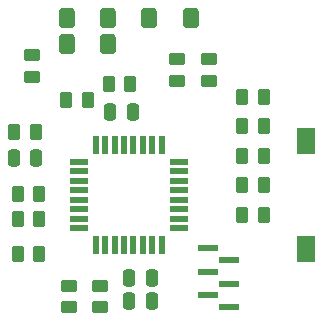
<source format=gbr>
%TF.GenerationSoftware,KiCad,Pcbnew,8.0.8*%
%TF.CreationDate,2025-01-19T18:25:21+02:00*%
%TF.ProjectId,LumiTimeV2,4c756d69-5469-46d6-9556-322e6b696361,rev?*%
%TF.SameCoordinates,Original*%
%TF.FileFunction,Soldermask,Bot*%
%TF.FilePolarity,Negative*%
%FSLAX46Y46*%
G04 Gerber Fmt 4.6, Leading zero omitted, Abs format (unit mm)*
G04 Created by KiCad (PCBNEW 8.0.8) date 2025-01-19 18:25:21*
%MOMM*%
%LPD*%
G01*
G04 APERTURE LIST*
G04 Aperture macros list*
%AMRoundRect*
0 Rectangle with rounded corners*
0 $1 Rounding radius*
0 $2 $3 $4 $5 $6 $7 $8 $9 X,Y pos of 4 corners*
0 Add a 4 corners polygon primitive as box body*
4,1,4,$2,$3,$4,$5,$6,$7,$8,$9,$2,$3,0*
0 Add four circle primitives for the rounded corners*
1,1,$1+$1,$2,$3*
1,1,$1+$1,$4,$5*
1,1,$1+$1,$6,$7*
1,1,$1+$1,$8,$9*
0 Add four rect primitives between the rounded corners*
20,1,$1+$1,$2,$3,$4,$5,0*
20,1,$1+$1,$4,$5,$6,$7,0*
20,1,$1+$1,$6,$7,$8,$9,0*
20,1,$1+$1,$8,$9,$2,$3,0*%
G04 Aperture macros list end*
%ADD10RoundRect,0.250000X0.250000X0.475000X-0.250000X0.475000X-0.250000X-0.475000X0.250000X-0.475000X0*%
%ADD11RoundRect,0.250000X0.262500X0.450000X-0.262500X0.450000X-0.262500X-0.450000X0.262500X-0.450000X0*%
%ADD12RoundRect,0.250000X0.450000X-0.262500X0.450000X0.262500X-0.450000X0.262500X-0.450000X-0.262500X0*%
%ADD13RoundRect,0.250000X-0.262500X-0.450000X0.262500X-0.450000X0.262500X0.450000X-0.262500X0.450000X0*%
%ADD14R,1.750000X0.600000*%
%ADD15RoundRect,0.250000X-0.450000X0.262500X-0.450000X-0.262500X0.450000X-0.262500X0.450000X0.262500X0*%
%ADD16R,0.550000X1.600000*%
%ADD17R,1.600000X0.550000*%
%ADD18RoundRect,0.250000X0.400000X0.600000X-0.400000X0.600000X-0.400000X-0.600000X0.400000X-0.600000X0*%
%ADD19RoundRect,0.250000X-0.400000X-0.600000X0.400000X-0.600000X0.400000X0.600000X-0.400000X0.600000X0*%
%ADD20R,1.600000X2.180000*%
G04 APERTURE END LIST*
D10*
%TO.C,C4*%
X142150000Y-96900000D03*
X140250000Y-96900000D03*
%TD*%
D11*
%TO.C,R10*%
X146512500Y-92000000D03*
X144687500Y-92000000D03*
%TD*%
%TO.C,R3*%
X161412500Y-94200000D03*
X159587500Y-94200000D03*
%TD*%
D10*
%TO.C,C2*%
X151950000Y-107000000D03*
X150050000Y-107000000D03*
%TD*%
D12*
%TO.C,R1*%
X156800000Y-90312500D03*
X156800000Y-88487500D03*
%TD*%
D13*
%TO.C,R13*%
X140287500Y-94700000D03*
X142112500Y-94700000D03*
%TD*%
D10*
%TO.C,C3*%
X150350000Y-93000000D03*
X148450000Y-93000000D03*
%TD*%
D14*
%TO.C,J1*%
X156700000Y-104500000D03*
X158450000Y-105500000D03*
X156700000Y-106500000D03*
X158450000Y-107500000D03*
X156700000Y-108500000D03*
X158450000Y-109500000D03*
%TD*%
D11*
%TO.C,R9*%
X142412500Y-105000000D03*
X140587500Y-105000000D03*
%TD*%
D15*
%TO.C,R8*%
X144900000Y-107687500D03*
X144900000Y-109512500D03*
%TD*%
D10*
%TO.C,C1*%
X151950000Y-109000000D03*
X150050000Y-109000000D03*
%TD*%
D15*
%TO.C,R11*%
X141800000Y-88187500D03*
X141800000Y-90012500D03*
%TD*%
D11*
%TO.C,R5*%
X161412500Y-99200000D03*
X159587500Y-99200000D03*
%TD*%
D16*
%TO.C,U1*%
X147200000Y-95750000D03*
X148000000Y-95750000D03*
X148800000Y-95750000D03*
X149600000Y-95750000D03*
X150400000Y-95750000D03*
X151200000Y-95750000D03*
X152000000Y-95750000D03*
X152800000Y-95750000D03*
D17*
X154250000Y-97200000D03*
X154250000Y-98000000D03*
X154250000Y-98800000D03*
X154250000Y-99600000D03*
X154250000Y-100400000D03*
X154250000Y-101200000D03*
X154250000Y-102000000D03*
X154250000Y-102800000D03*
D16*
X152800000Y-104250000D03*
X152000000Y-104250000D03*
X151200000Y-104250000D03*
X150400000Y-104250000D03*
X149600000Y-104250000D03*
X148800000Y-104250000D03*
X148000000Y-104250000D03*
X147200000Y-104250000D03*
D17*
X145750000Y-102800000D03*
X145750000Y-102000000D03*
X145750000Y-101200000D03*
X145750000Y-100400000D03*
X145750000Y-99600000D03*
X145750000Y-98800000D03*
X145750000Y-98000000D03*
X145750000Y-97200000D03*
%TD*%
D12*
%TO.C,R12*%
X154100000Y-90325000D03*
X154100000Y-88500000D03*
%TD*%
D18*
%TO.C,D13*%
X148250000Y-85000000D03*
X144750000Y-85000000D03*
%TD*%
D11*
%TO.C,R14*%
X142412500Y-99900000D03*
X140587500Y-99900000D03*
%TD*%
%TO.C,R4*%
X161412500Y-96700000D03*
X159587500Y-96700000D03*
%TD*%
D12*
%TO.C,R7*%
X147600000Y-109512500D03*
X147600000Y-107687500D03*
%TD*%
D11*
%TO.C,R16*%
X150112500Y-90600000D03*
X148287500Y-90600000D03*
%TD*%
%TO.C,R6*%
X161412500Y-101700000D03*
X159587500Y-101700000D03*
%TD*%
D19*
%TO.C,D15*%
X144750000Y-87200000D03*
X148250000Y-87200000D03*
%TD*%
D11*
%TO.C,R15*%
X142412500Y-102000000D03*
X140587500Y-102000000D03*
%TD*%
D20*
%TO.C,Button1*%
X165000000Y-95410000D03*
X165000000Y-104590000D03*
%TD*%
D18*
%TO.C,D14*%
X155250000Y-85000000D03*
X151750000Y-85000000D03*
%TD*%
D11*
%TO.C,R2*%
X161412500Y-91700000D03*
X159587500Y-91700000D03*
%TD*%
M02*

</source>
